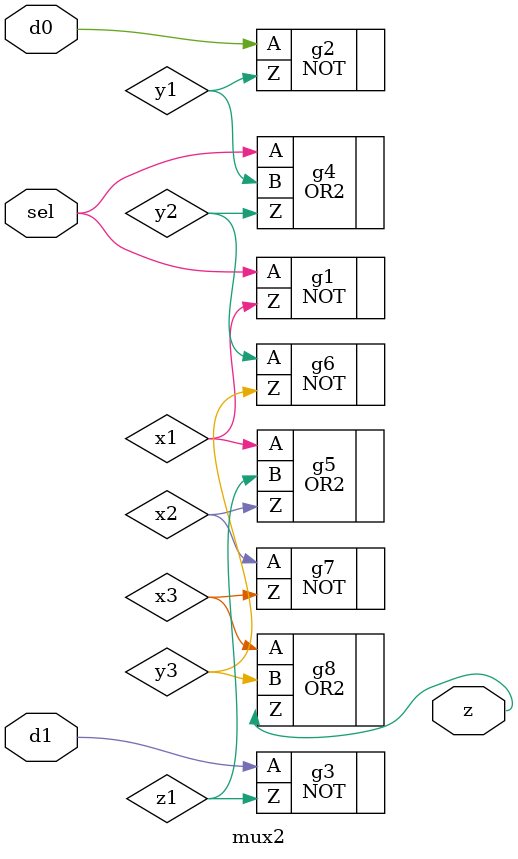
<source format=sv>
module mux2 (
    input logic d0,          // Data input 0
    input logic d1,          // Data input 1
    input logic sel,         // Select input
    output logic z           // Output
);

// Put your code here
// ------------------

    // Signal declaration for inner output wires
    logic x1, x2, x3;
    logic y1, y2, y3;
    logic z1;

    // Gate instantiations
    NOT #(
        .Tpdlh(10),
        .Tpdhl(7)
    ) g1 (
        .Z(x1),
        .A(sel)
    );

    NOT #(
        .Tpdlh(10),
        .Tpdhl(7)
    ) g2 (
        .Z(y1),
        .A(d0)
    );

    NOT #(
        .Tpdlh(10),
        .Tpdhl(7)
    ) g3 (
        .Z(z1),
        .A(d1)
    );

    OR2 #(
        .Tpdlh(10),
        .Tpdhl(1)
    ) g4 (
        .Z(y2),
        .A(sel),
        .B(y1)
    );

    OR2 #(
        .Tpdlh(10),
        .Tpdhl(1)
    ) g5 (
        .Z(x2),
        .A(x1),
        .B(z1)
    );

    NOT #(
        .Tpdlh(10),
        .Tpdhl(7)
    ) g6 (
        .Z(y3),
        .A(y2)
    );

    NOT #(
        .Tpdlh(10),
        .Tpdhl(7)
    ) g7 (
        .Z(x3),
        .A(x2)
    );

    OR2 #(
        .Tpdlh(10),
        .Tpdhl(1)
    ) g8 (
        .Z(z),
        .A(x3),
        .B(y3)
    );

// End of your code

endmodule

</source>
